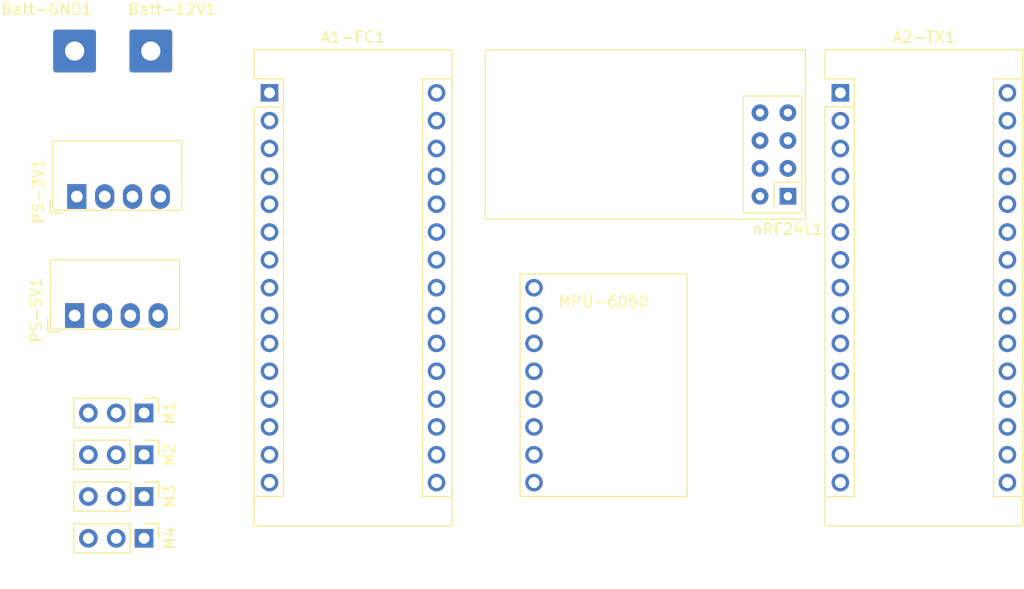
<source format=kicad_pcb>
(kicad_pcb (version 20211014) (generator pcbnew)
  (layers (0 "F.Cu" signal) (31 "B.Cu" signal) (34 "B.Paste" user) (35 "F.Paste" user) (36 "B.SilkS" user "B.Silkscreen") (37 "F.SilkS" user "F.Silkscreen") (38 "B.Mask" user) (39 "F.Mask" user) (44 "Edge.Cuts" user))
  (net 0 "")
  (net 5 "Net-(PS-3V1-Pad4)")
  (net 6 "GND")
  (net 7 "+BATT")
  (net 9 "Net-(A1-FC1-Pad4)")
  (net 15 "Net-(A1-FC1-Pad24)")
  (net 16 "Net-(A1-FC1-Pad23)")
  (net 27 "Net-(A1-FC1-Pad12)")
  (net 28 "Net-(A1-FC1-Pad11)")
  (net 29 "Net-(A1-FC1-Pad10)")
  (net 30 "Net-(A1-FC1-Pad9)")
  (net 34 "Net-(A1-FC1-Pad5)")
  (net 47 "Net-(A2-TX1-Pad12)")
  (net 48 "Net-(A2-TX1-Pad13)")
  (net 49 "Net-(A2-TX1-Pad14)")
  (net 50 "Net-(A2-TX1-Pad15)")
  (net 51 "Net-(A2-TX1-Pad16)")
  (footprint "Connector_PinHeader_2.54mm:PinHeader_1x03_P2.54mm_Vertical" (layer "F.Cu") (at 41.895 102.87 -90)
    (fp_text reference "M4" (at 0 -2.33 90) (layer "F.SilkS"))
    (fp_text value "Motor_Servo")
    (fp_line (start -1.33 1.27) (end -1.33 6.41) (layer "F.SilkS") (width 0.12))
    (fp_line (start -1.33 6.41) (end 1.33 6.41) (layer "F.SilkS") (width 0.12))
    (fp_line (start -1.33 -1.33) (end 0 -1.33) (layer "F.SilkS") (width 0.12))
    (fp_line (start 1.33 1.27) (end 1.33 6.41) (layer "F.SilkS") (width 0.12))
    (fp_line (start -1.33 1.27) (end 1.33 1.27) (layer "F.SilkS") (width 0.12))
    (fp_line (start -1.33 0) (end -1.33 -1.33) (layer "F.SilkS") (width 0.12))
    (pad "1" thru_hole rect (at 0 0 270) (size 1.7 1.7) (drill 1) (layers *.Cu *.Mask) (net 27 "Net-(A1-FC1-Pad12)"))
    (pad "2" thru_hole oval (at 0 2.54 270) (size 1.7 1.7) (drill 1) (layers *.Cu *.Mask) (net 9 "Net-(A1-FC1-Pad4)"))
    (pad "3" thru_hole oval (at 0 5.08 270) (size 1.7 1.7) (drill 1) (layers *.Cu *.Mask) (net 9 "Net-(A1-FC1-Pad4)"))
  )
  (footprint "Sensor_Motion:MPU-6050-Breakout" (layer "F.Cu") (at 83.82 88.9)
    (fp_text reference "MPU-6050" (at 0 -7.62 unlocked) (layer "F.SilkS"))
    (fp_text value "MPU-6050-Breakout")
    (fp_rect (start -7.62 -10.16) (end 7.62 10.16) (layer "F.SilkS") (width 0.12) (fill none))
    (pad "1" thru_hole oval (at -6.35 -8.89) (size 1.6 1.6) (drill 1) (layers *.Cu *.Mask) (net 9 "Net-(A1-FC1-Pad4)"))
    (pad "2" thru_hole oval (at -6.35 -6.35) (size 1.6 1.6) (drill 1) (layers *.Cu *.Mask) (net 9 "Net-(A1-FC1-Pad4)"))
    (pad "3" thru_hole oval (at -6.35 -3.81) (size 1.6 1.6) (drill 1) (layers *.Cu *.Mask) (net 15 "Net-(A1-FC1-Pad24)"))
    (pad "4" thru_hole oval (at -6.35 -1.27) (size 1.6 1.6) (drill 1) (layers *.Cu *.Mask) (net 16 "Net-(A1-FC1-Pad23)"))
    (pad "5" thru_hole oval (at -6.35 1.27) (size 1.6 1.6) (drill 1) (layers *.Cu *.Mask))
    (pad "6" thru_hole oval (at -6.35 3.81) (size 1.6 1.6) (drill 1) (layers *.Cu *.Mask))
    (pad "7" thru_hole oval (at -6.35 6.35) (size 1.6 1.6) (drill 1) (layers *.Cu *.Mask))
    (pad "8" thru_hole oval (at -6.35 8.89) (size 1.6 1.6) (drill 1) (layers *.Cu *.Mask))
  )
  (footprint "Connector_PinHeader_2.54mm:PinHeader_1x03_P2.54mm_Vertical" (layer "F.Cu") (at 41.895 91.44 -90)
    (fp_text reference "M1" (at 0 -2.33 90) (layer "F.SilkS"))
    (fp_text value "Motor_Servo")
    (fp_line (start -1.33 1.27) (end -1.33 6.41) (layer "F.SilkS") (width 0.12))
    (fp_line (start -1.33 1.27) (end 1.33 1.27) (layer "F.SilkS") (width 0.12))
    (fp_line (start 1.33 1.27) (end 1.33 6.41) (layer "F.SilkS") (width 0.12))
    (fp_line (start -1.33 0) (end -1.33 -1.33) (layer "F.SilkS") (width 0.12))
    (fp_line (start -1.33 6.41) (end 1.33 6.41) (layer "F.SilkS") (width 0.12))
    (fp_line (start -1.33 -1.33) (end 0 -1.33) (layer "F.SilkS") (width 0.12))
    (pad "1" thru_hole rect (at 0 0 270) (size 1.7 1.7) (drill 1) (layers *.Cu *.Mask) (net 30 "Net-(A1-FC1-Pad9)"))
    (pad "2" thru_hole oval (at 0 2.54 270) (size 1.7 1.7) (drill 1) (layers *.Cu *.Mask) (net 9 "Net-(A1-FC1-Pad4)"))
    (pad "3" thru_hole oval (at 0 5.08 270) (size 1.7 1.7) (drill 1) (layers *.Cu *.Mask) (net 9 "Net-(A1-FC1-Pad4)"))
  )
  (footprint "Converter_DCDC:Converter_DCDC_Murata_MEE1SxxxxSC_THT" (layer "F.Cu") (at 35.56 82.55 90)
    (fp_text reference "PS-5V1" (at 0.5 -3.5 90) (layer "F.SilkS"))
    (fp_text value "MEE1S0305SC")
    (fp_line (start -0.3 -2.45) (end -1.5 -2.45) (layer "F.SilkS") (width 0.12))
    (fp_line (start -1.5 -2.45) (end -1.5 -1.25) (layer "F.SilkS") (width 0.12))
    (fp_line (start 5.09 -2.2) (end -1.25 -2.2) (layer "F.SilkS") (width 0.12))
    (fp_line (start 5.09 -2.2) (end 5.09 9.57) (layer "F.SilkS") (width 0.12))
    (fp_line (start 5.09 9.57) (end -1.25 9.57) (layer "F.SilkS") (width 0.12))
    (fp_line (start -1.25 -2.2) (end -1.25 9.57) (layer "F.SilkS") (width 0.12))
    (pad "1" thru_hole rect (at 0 0) (size 1.75 2.25) (drill 1.075) (layers *.Cu *.Mask) (net 6 "GND"))
    (pad "2" thru_hole oval (at 0 2.54) (size 1.75 2.25) (drill 1.075) (layers *.Cu *.Mask) (net 7 "+BATT"))
    (pad "3" thru_hole oval (at 0 5.08) (size 1.75 2.25) (drill 1.075) (layers *.Cu *.Mask) (net 9 "Net-(A1-FC1-Pad4)"))
    (pad "4" thru_hole oval (at 0 7.62) (size 1.75 2.25) (drill 1.075) (layers *.Cu *.Mask) (net 9 "Net-(A1-FC1-Pad4)"))
  )
  (footprint "Connector_Wire:SolderWire-1sqmm_1x01_D1.4mm_OD3.9mm" (layer "F.Cu") (at 35.56 58.42)
    (fp_text reference "Batt-GND1" (at -2.54 -3.81) (layer "F.SilkS"))
    (fp_text value "Conn_01x01_Male")
    (pad "1" thru_hole roundrect (at 0 0) (size 3.9 3.9) (drill 1.75) (layers *.Cu *.Mask) (roundrect_rratio 0.064103) (net 6 "GND"))
  )
  (footprint "Module:Arduino_Nano" (layer "F.Cu") (at 105.42 62.23)
    (fp_text reference "A2-TX1" (at 7.62 -5.08) (layer "F.SilkS"))
    (fp_text value "Arduino_Nano_v3.x")
    (fp_line (start 13.97 -1.27) (end 13.97 36.83) (layer "F.SilkS") (width 0.12))
    (fp_line (start -1.4 -3.94) (end -1.4 -1.27) (layer "F.SilkS") (width 0.12))
    (fp_line (start -1.4 39.5) (end 16.64 39.5) (layer "F.SilkS") (width 0.12))
    (fp_line (start -1.4 1.27) (end -1.4 39.5) (layer "F.SilkS") (width 0.12))
    (fp_line (start 1.27 1.27) (end 1.27 36.83) (layer "F.SilkS") (width 0.12))
    (fp_line (start 1.27 -1.27) (end -1.4 -1.27) (layer "F.SilkS") (width 0.12))
    (fp_line (start 1.27 1.27) (end 1.27 -1.27) (layer "F.SilkS") (width 0.12))
    (fp_line (start 16.64 39.5) (end 16.64 -3.94) (layer "F.SilkS") (width 0.12))
    (fp_line (start 16.64 -3.94) (end -1.4 -3.94) (layer "F.SilkS") (width 0.12))
    (fp_line (start 1.27 36.83) (end -1.4 36.83) (layer "F.SilkS") (width 0.12))
    (fp_line (start 1.27 1.27) (end -1.4 1.27) (layer "F.SilkS") (width 0.12))
    (fp_line (start 13.97 -1.27) (end 16.64 -1.27) (layer "F.SilkS") (width 0.12))
    (fp_line (start 13.97 36.83) (end 16.64 36.83) (layer "F.SilkS") (width 0.12))
    (pad "1" thru_hole rect (at 0 0) (size 1.6 1.6) (drill 1) (layers *.Cu *.Mask))
    (pad "2" thru_hole oval (at 0 2.54) (size 1.6 1.6) (drill 1) (layers *.Cu *.Mask))
    (pad "3" thru_hole oval (at 0 5.08) (size 1.6 1.6) (drill 1) (layers *.Cu *.Mask))
    (pad "4" thru_hole oval (at 0 7.62) (size 1.6 1.6) (drill 1) (layers *.Cu *.Mask) (net 9 "Net-(A1-FC1-Pad4)"))
    (pad "5" thru_hole oval (at 0 10.16) (size 1.6 1.6) (drill 1) (layers *.Cu *.Mask))
    (pad "6" thru_hole oval (at 0 12.7) (size 1.6 1.6) (drill 1) (layers *.Cu *.Mask) (net 34 "Net-(A1-FC1-Pad5)"))
    (pad "7" thru_hole oval (at 0 15.24) (size 1.6 1.6) (drill 1) (layers *.Cu *.Mask))
    (pad "8" thru_hole oval (at 0 17.78) (size 1.6 1.6) (drill 1) (layers *.Cu *.Mask))
    (pad "9" thru_hole oval (at 0 20.32) (size 1.6 1.6) (drill 1) (layers *.Cu *.Mask))
    (pad "10" thru_hole oval (at 0 22.86) (size 1.6 1.6) (drill 1) (layers *.Cu *.Mask))
    (pad "11" thru_hole oval (at 0 25.4) (size 1.6 1.6) (drill 1) (layers *.Cu *.Mask))
    (pad "12" thru_hole oval (at 0 27.94) (size 1.6 1.6) (drill 1) (layers *.Cu *.Mask) (net 47 "Net-(A2-TX1-Pad12)"))
    (pad "13" thru_hole oval (at 0 30.48) (size 1.6 1.6) (drill 1) (layers *.Cu *.Mask) (net 48 "Net-(A2-TX1-Pad13)"))
    (pad "14" thru_hole oval (at 0 33.02) (size 1.6 1.6) (drill 1) (layers *.Cu *.Mask) (net 49 "Net-(A2-TX1-Pad14)"))
    (pad "15" thru_hole oval (at 0 35.56) (size 1.6 1.6) (drill 1) (layers *.Cu *.Mask) (net 50 "Net-(A2-TX1-Pad15)"))
    (pad "16" thru_hole oval (at 15.24 35.56) (size 1.6 1.6) (drill 1) (layers *.Cu *.Mask) (net 51 "Net-(A2-TX1-Pad16)"))
    (pad "17" thru_hole oval (at 15.24 33.02) (size 1.6 1.6) (drill 1) (layers *.Cu *.Mask))
    (pad "18" thru_hole oval (at 15.24 30.48) (size 1.6 1.6) (drill 1) (layers *.Cu *.Mask))
    (pad "19" thru_hole oval (at 15.24 27.94) (size 1.6 1.6) (drill 1) (layers *.Cu *.Mask))
    (pad "20" thru_hole oval (at 15.24 25.4) (size 1.6 1.6) (drill 1) (layers *.Cu *.Mask))
    (pad "21" thru_hole oval (at 15.24 22.86) (size 1.6 1.6) (drill 1) (layers *.Cu *.Mask))
    (pad "22" thru_hole oval (at 15.24 20.32) (size 1.6 1.6) (drill 1) (layers *.Cu *.Mask))
    (pad "23" thru_hole oval (at 15.24 17.78) (size 1.6 1.6) (drill 1) (layers *.Cu *.Mask))
    (pad "24" thru_hole oval (at 15.24 15.24) (size 1.6 1.6) (drill 1) (layers *.Cu *.Mask))
    (pad "25" thru_hole oval (at 15.24 12.7) (size 1.6 1.6) (drill 1) (layers *.Cu *.Mask))
    (pad "26" thru_hole oval (at 15.24 10.16) (size 1.6 1.6) (drill 1) (layers *.Cu *.Mask))
    (pad "27" thru_hole oval (at 15.24 7.62) (size 1.6 1.6) (drill 1) (layers *.Cu *.Mask))
    (pad "28" thru_hole oval (at 15.24 5.08) (size 1.6 1.6) (drill 1) (layers *.Cu *.Mask))
    (pad "29" thru_hole oval (at 15.24 2.54) (size 1.6 1.6) (drill 1) (layers *.Cu *.Mask))
    (pad "30" thru_hole oval (at 15.24 0) (size 1.6 1.6) (drill 1) (layers *.Cu *.Mask) (net 9 "Net-(A1-FC1-Pad4)"))
  )
  (footprint "Connector_PinHeader_2.54mm:PinHeader_1x03_P2.54mm_Vertical" (layer "F.Cu") (at 41.895 99.06 -90)
    (fp_text reference "M3" (at 0 -2.33 90) (layer "F.SilkS"))
    (fp_text value "Motor_Servo")
    (fp_line (start 1.33 1.27) (end 1.33 6.41) (layer "F.SilkS") (width 0.12))
    (fp_line (start -1.33 6.41) (end 1.33 6.41) (layer "F.SilkS") (width 0.12))
    (fp_line (start -1.33 -1.33) (end 0 -1.33) (layer "F.SilkS") (width 0.12))
    (fp_line (start -1.33 1.27) (end -1.33 6.41) (layer "F.SilkS") (width 0.12))
    (fp_line (start -1.33 0) (end -1.33 -1.33) (layer "F.SilkS") (width 0.12))
    (fp_line (start -1.33 1.27) (end 1.33 1.27) (layer "F.SilkS") (width 0.12))
    (pad "1" thru_hole rect (at 0 0 270) (size 1.7 1.7) (drill 1) (layers *.Cu *.Mask) (net 28 "Net-(A1-FC1-Pad11)"))
    (pad "2" thru_hole oval (at 0 2.54 270) (size 1.7 1.7) (drill 1) (layers *.Cu *.Mask) (net 9 "Net-(A1-FC1-Pad4)"))
    (pad "3" thru_hole oval (at 0 5.08 270) (size 1.7 1.7) (drill 1) (layers *.Cu *.Mask) (net 9 "Net-(A1-FC1-Pad4)"))
  )
  (footprint "Connector_Wire:SolderWire-1sqmm_1x01_D1.4mm_OD3.9mm" (layer "F.Cu") (at 42.51 58.42)
    (fp_text reference "Batt-12V1" (at 1.94 -3.81) (layer "F.SilkS"))
    (fp_text value "Conn_01x01_Male")
    (pad "1" thru_hole roundrect (at 0 0) (size 3.9 3.9) (drill 1.75) (layers *.Cu *.Mask) (roundrect_rratio 0.064103) (net 7 "+BATT"))
  )
  (footprint "Connector_PinHeader_2.54mm:PinHeader_1x03_P2.54mm_Vertical" (layer "F.Cu") (at 41.895 95.25 -90)
    (fp_text reference "M2" (at 0 -2.33 90) (layer "F.SilkS"))
    (fp_text value "Motor_Servo")
    (fp_line (start -1.33 6.41) (end 1.33 6.41) (layer "F.SilkS") (width 0.12))
    (fp_line (start 1.33 1.27) (end 1.33 6.41) (layer "F.SilkS") (width 0.12))
    (fp_line (start -1.33 1.27) (end -1.33 6.41) (layer "F.SilkS") (width 0.12))
    (fp_line (start -1.33 0) (end -1.33 -1.33) (layer "F.SilkS") (width 0.12))
    (fp_line (start -1.33 1.27) (end 1.33 1.27) (layer "F.SilkS") (width 0.12))
    (fp_line (start -1.33 -1.33) (end 0 -1.33) (layer "F.SilkS") (width 0.12))
    (pad "1" thru_hole rect (at 0 0 270) (size 1.7 1.7) (drill 1) (layers *.Cu *.Mask) (net 29 "Net-(A1-FC1-Pad10)"))
    (pad "2" thru_hole oval (at 0 2.54 270) (size 1.7 1.7) (drill 1) (layers *.Cu *.Mask) (net 9 "Net-(A1-FC1-Pad4)"))
    (pad "3" thru_hole oval (at 0 5.08 270) (size 1.7 1.7) (drill 1) (layers *.Cu *.Mask) (net 9 "Net-(A1-FC1-Pad4)"))
  )
  (footprint "Converter_DCDC:Converter_DCDC_Murata_MEE1SxxxxSC_THT" (layer "F.Cu") (at 35.7625 71.6925 90)
    (fp_text reference "PS-3V1" (at 0.5 -3.5 90) (layer "F.SilkS"))
    (fp_text value "MEE1S0305SC")
    (fp_line (start 5.09 -2.2) (end 5.09 9.57) (layer "F.SilkS") (width 0.12))
    (fp_line (start -1.25 -2.2) (end -1.25 9.57) (layer "F.SilkS") (width 0.12))
    (fp_line (start -1.5 -2.45) (end -1.5 -1.25) (layer "F.SilkS") (width 0.12))
    (fp_line (start 5.09 9.57) (end -1.25 9.57) (layer "F.SilkS") (width 0.12))
    (fp_line (start -0.3 -2.45) (end -1.5 -2.45) (layer "F.SilkS") (width 0.12))
    (fp_line (start 5.09 -2.2) (end -1.25 -2.2) (layer "F.SilkS") (width 0.12))
    (pad "1" thru_hole rect (at 0 0) (size 1.75 2.25) (drill 1.075) (layers *.Cu *.Mask) (net 6 "GND"))
    (pad "2" thru_hole oval (at 0 2.54) (size 1.75 2.25) (drill 1.075) (layers *.Cu *.Mask) (net 7 "+BATT"))
    (pad "3" thru_hole oval (at 0 5.08) (size 1.75 2.25) (drill 1.075) (layers *.Cu *.Mask) (net 9 "Net-(A1-FC1-Pad4)"))
    (pad "4" thru_hole oval (at 0 7.62) (size 1.75 2.25) (drill 1.075) (layers *.Cu *.Mask) (net 5 "Net-(PS-3V1-Pad4)"))
  )
  (footprint "RF_Module:nRF24L01_Breakout" (layer "F.Cu") (at 100.63 71.665 180)
    (fp_text reference "nRF24L1" (at 0 -3) (layer "F.SilkS"))
    (fp_text value "NRF24L01_Breakout")
    (fp_line (start 4.064 -1.524) (end 4.064 9.144) (layer "F.SilkS") (width 0.12))
    (fp_line (start -1.6 -2.1) (end -1.6 -2.1) (layer "F.SilkS") (width 0.12))
    (fp_line (start -1.27 -1.524) (end -1.27 -1.524) (layer "F.SilkS") (width 0.12))
    (fp_line (start -1.016 1.27) (end -1.016 1.27) (layer "F.SilkS") (width 0.12))
    (fp_line (start -1.6 -2.1) (end 27.6 -2.1) (layer "F.SilkS") (width 0.12))
    (fp_line (start -1.27 9.144) (end -1.27 -1.524) (layer "F.SilkS") (width 0.12))
    (fp_line (start 27.6 -2.1) (end 27.6 13.35) (layer "F.SilkS") (width 0.12))
    (fp_line (start 4.064 9.144) (end -1.27 9.144) (layer "F.SilkS") (width 0.12))
    (fp_line (start -1.27 -1.524) (end 4.064 -1.524) (layer "F.SilkS") (width 0.12))
    (fp_line (start 1.27 -1.016) (end 1.27 1.27) (layer "F.SilkS") (width 0.12))
    (fp_line (start -1.27 9.144) (end -1.27 9.144) (layer "F.SilkS") (width 0.12))
    (fp_line (start -1.6 13.35) (end -1.6 -2.1) (layer "F.SilkS") (width 0.12))
    (fp_line (start 1.27 1.27) (end -1.016 1.27) (layer "F.SilkS") (width 0.12))
    (fp_line (start 27.6 13.35) (end -1.6 13.35) (layer "F.SilkS") (width 0.12))
    (pad "1" thru_hole rect (at 0 0 180) (size 1.524 1.524) (drill 0.762) (layers *.Cu *.Mask) (net 9 "Net-(A1-FC1-Pad4)"))
    (pad "2" thru_hole circle (at 2.54 0 180) (size 1.524 1.524) (drill 0.762) (layers *.Cu *.Mask) (net 5 "Net-(PS-3V1-Pad4)"))
    (pad "3" thru_hole circle (at 0 2.54 180) (size 1.524 1.524) (drill 0.762) (layers *.Cu *.Mask) (net 48 "Net-(A2-TX1-Pad13)"))
    (pad "4" thru_hole circle (at 2.54 2.54 180) (size 1.524 1.524) (drill 0.762) (layers *.Cu *.Mask) (net 47 "Net-(A2-TX1-Pad12)"))
    (pad "5" thru_hole circle (at 0 5.08 180) (size 1.524 1.524) (drill 0.762) (layers *.Cu *.Mask) (net 51 "Net-(A2-TX1-Pad16)"))
    (pad "6" thru_hole circle (at 2.54 5.08 180) (size 1.524 1.524) (drill 0.762) (layers *.Cu *.Mask) (net 49 "Net-(A2-TX1-Pad14)"))
    (pad "7" thru_hole circle (at 0 7.62 180) (size 1.524 1.524) (drill 0.762) (layers *.Cu *.Mask) (net 50 "Net-(A2-TX1-Pad15)"))
    (pad "8" thru_hole circle (at 2.54 7.62 180) (size 1.524 1.524) (drill 0.762) (layers *.Cu *.Mask))
  )
  (footprint "Module:Arduino_Nano" (layer "F.Cu") (at 53.34 62.23)
    (fp_text reference "A1-FC1" (at 7.62 -5.08) (layer "F.SilkS"))
    (fp_text value "Arduino_Nano_v3.x")
    (fp_line (start -1.4 1.27) (end -1.4 39.5) (layer "F.SilkS") (width 0.12))
    (fp_line (start 1.27 1.27) (end 1.27 36.83) (layer "F.SilkS") (width 0.12))
    (fp_line (start 13.97 -1.27) (end 16.64 -1.27) (layer "F.SilkS") (width 0.12))
    (fp_line (start -1.4 -3.94) (end -1.4 -1.27) (layer "F.SilkS") (width 0.12))
    (fp_line (start 1.27 36.83) (end -1.4 36.83) (layer "F.SilkS") (width 0.12))
    (fp_line (start 16.64 -3.94) (end -1.4 -3.94) (layer "F.SilkS") (width 0.12))
    (fp_line (start -1.4 39.5) (end 16.64 39.5) (layer "F.SilkS") (width 0.12))
    (fp_line (start 13.97 -1.27) (end 13.97 36.83) (layer "F.SilkS") (width 0.12))
    (fp_line (start 1.27 1.27) (end -1.4 1.27) (layer "F.SilkS") (width 0.12))
    (fp_line (start 16.64 39.5) (end 16.64 -3.94) (layer "F.SilkS") (width 0.12))
    (fp_line (start 1.27 1.27) (end 1.27 -1.27) (layer "F.SilkS") (width 0.12))
    (fp_line (start 1.27 -1.27) (end -1.4 -1.27) (layer "F.SilkS") (width 0.12))
    (fp_line (start 13.97 36.83) (end 16.64 36.83) (layer "F.SilkS") (width 0.12))
    (pad "1" thru_hole rect (at 0 0) (size 1.6 1.6) (drill 1) (layers *.Cu *.Mask))
    (pad "2" thru_hole oval (at 0 2.54) (size 1.6 1.6) (drill 1) (layers *.Cu *.Mask))
    (pad "3" thru_hole oval (at 0 5.08) (size 1.6 1.6) (drill 1) (layers *.Cu *.Mask))
    (pad "4" thru_hole oval (at 0 7.62) (size 1.6 1.6) (drill 1) (layers *.Cu *.Mask) (net 9 "Net-(A1-FC1-Pad4)"))
    (pad "5" thru_hole oval (at 0 10.16) (size 1.6 1.6) (drill 1) (layers *.Cu *.Mask) (net 34 "Net-(A1-FC1-Pad5)"))
    (pad "6" thru_hole oval (at 0 12.7) (size 1.6 1.6) (drill 1) (layers *.Cu *.Mask))
    (pad "7" thru_hole oval (at 0 15.24) (size 1.6 1.6) (drill 1) (layers *.Cu *.Mask))
    (pad "8" thru_hole oval (at 0 17.78) (size 1.6 1.6) (drill 1) (layers *.Cu *.Mask))
    (pad "9" thru_hole oval (at 0 20.32) (size 1.6 1.6) (drill 1) (layers *.Cu *.Mask) (net 30 "Net-(A1-FC1-Pad9)"))
    (pad "10" thru_hole oval (at 0 22.86) (size 1.6 1.6) (drill 1) (layers *.Cu *.Mask) (net 29 "Net-(A1-FC1-Pad10)"))
    (pad "11" thru_hole oval (at 0 25.4) (size 1.6 1.6) (drill 1) (layers *.Cu *.Mask) (net 28 "Net-(A1-FC1-Pad11)"))
    (pad "12" thru_hole oval (at 0 27.94) (size 1.6 1.6) (drill 1) (layers *.Cu *.Mask) (net 27 "Net-(A1-FC1-Pad12)"))
    (pad "13" thru_hole oval (at 0 30.48) (size 1.6 1.6) (drill 1) (layers *.Cu *.Mask))
    (pad "14" thru_hole oval (at 0 33.02) (size 1.6 1.6) (drill 1) (layers *.Cu *.Mask))
    (pad "15" thru_hole oval (at 0 35.56) (size 1.6 1.6) (drill 1) (layers *.Cu *.Mask))
    (pad "16" thru_hole oval (at 15.24 35.56) (size 1.6 1.6) (drill 1) (layers *.Cu *.Mask))
    (pad "17" thru_hole oval (at 15.24 33.02) (size 1.6 1.6) (drill 1) (layers *.Cu *.Mask))
    (pad "18" thru_hole oval (at 15.24 30.48) (size 1.6 1.6) (drill 1) (layers *.Cu *.Mask))
    (pad "19" thru_hole oval (at 15.24 27.94) (size 1.6 1.6) (drill 1) (layers *.Cu *.Mask))
    (pad "20" thru_hole oval (at 15.24 25.4) (size 1.6 1.6) (drill 1) (layers *.Cu *.Mask))
    (pad "21" thru_hole oval (at 15.24 22.86) (size 1.6 1.6) (drill 1) (layers *.Cu *.Mask))
    (pad "22" thru_hole oval (at 15.24 20.32) (size 1.6 1.6) (drill 1) (layers *.Cu *.Mask))
    (pad "23" thru_hole oval (at 15.24 17.78) (size 1.6 1.6) (drill 1) (layers *.Cu *.Mask) (net 16 "Net-(A1-FC1-Pad23)"))
    (pad "24" thru_hole oval (at 15.24 15.24) (size 1.6 1.6) (drill 1) (layers *.Cu *.Mask) (net 15 "Net-(A1-FC1-Pad24)"))
    (pad "25" thru_hole oval (at 15.24 12.7) (size 1.6 1.6) (drill 1) (layers *.Cu *.Mask))
    (pad "26" thru_hole oval (at 15.24 10.16) (size 1.6 1.6) (drill 1) (layers *.Cu *.Mask))
    (pad "27" thru_hole oval (at 15.24 7.62) (size 1.6 1.6) (drill 1) (layers *.Cu *.Mask))
    (pad "28" thru_hole oval (at 15.24 5.08) (size 1.6 1.6) (drill 1) (layers *.Cu *.Mask))
    (pad "29" thru_hole oval (at 15.24 2.54) (size 1.6 1.6) (drill 1) (layers *.Cu *.Mask))
    (pad "30" thru_hole oval (at 15.24 0) (size 1.6 1.6) (drill 1) (layers *.Cu *.Mask) (net 9 "Net-(A1-FC1-Pad4)"))
  )
)
</source>
